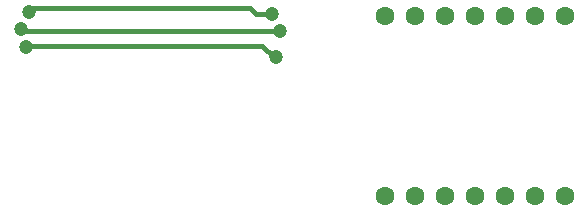
<source format=gbr>
%TF.GenerationSoftware,KiCad,Pcbnew,9.0.0*%
%TF.CreationDate,2025-04-08T23:40:40+05:30*%
%TF.ProjectId,UWB-Xiao-Node,5557422d-5869-4616-9f2d-4e6f64652e6b,rev?*%
%TF.SameCoordinates,Original*%
%TF.FileFunction,Copper,L2,Bot*%
%TF.FilePolarity,Positive*%
%FSLAX46Y46*%
G04 Gerber Fmt 4.6, Leading zero omitted, Abs format (unit mm)*
G04 Created by KiCad (PCBNEW 9.0.0) date 2025-04-08 23:40:40*
%MOMM*%
%LPD*%
G01*
G04 APERTURE LIST*
%TA.AperFunction,ComponentPad*%
%ADD10C,1.600000*%
%TD*%
%TA.AperFunction,ViaPad*%
%ADD11C,1.200000*%
%TD*%
%TA.AperFunction,Conductor*%
%ADD12C,0.400000*%
%TD*%
G04 APERTURE END LIST*
D10*
%TO.P,U1,1,GPIO0/A0/D0*%
%TO.N,unconnected-(U1-GPIO0{slash}A0{slash}D0-Pad1)*%
X123190000Y-65410000D03*
%TO.P,U1,2,GPIO1/A1/D1*%
%TO.N,unconnected-(U1-GPIO1{slash}A1{slash}D1-Pad2)*%
X120650000Y-65410000D03*
%TO.P,U1,3,GPIO2/A2/D2*%
%TO.N,IRQ*%
X118110000Y-65410000D03*
%TO.P,U1,4,GPIO21/D3*%
%TO.N,NEO*%
X115570000Y-65410000D03*
%TO.P,U1,5,GPIO22/D4/SDA*%
%TO.N,RSTN*%
X113030000Y-65410000D03*
%TO.P,U1,6,GPIO23/D5/SCL*%
%TO.N,BU01-WAKEUP*%
X110490000Y-65410000D03*
%TO.P,U1,7,GPIO16/D6/TX*%
%TO.N,BU01-EXTON*%
X107950000Y-65410000D03*
%TO.P,U1,8,GPIO17/D7/RX*%
%TO.N,CS*%
X107950000Y-80645000D03*
%TO.P,U1,9,GPIO19/D8/SCK*%
%TO.N,SCK*%
X110490000Y-80645000D03*
%TO.P,U1,10,GPIO20/D9/MISO*%
%TO.N,SDO*%
X113030000Y-80645000D03*
%TO.P,U1,11,GPIO18/D10/MOSI*%
%TO.N,SDI*%
X115570000Y-80645000D03*
%TO.P,U1,12,3V3*%
%TO.N,+3.3V*%
X118110000Y-80645000D03*
%TO.P,U1,13,GND*%
%TO.N,GND*%
X120650000Y-80645000D03*
%TO.P,U1,14,VBUS*%
%TO.N,+5V*%
X123190000Y-80645000D03*
%TD*%
D11*
%TO.N,Net-(U2-RSTN)*%
X98742500Y-68897500D03*
X77504408Y-68085551D03*
%TO.N,Net-(U2-EXTON)*%
X98344457Y-65243915D03*
%TO.N,Net-(U2-WAKEUP)*%
X99060000Y-66675000D03*
X77123947Y-66531441D03*
%TO.N,Net-(U2-EXTON)*%
X77794168Y-65078577D03*
%TD*%
D12*
%TO.N,Net-(U2-EXTON)*%
X78102745Y-64770000D02*
X77794168Y-65078577D01*
X96520000Y-64770000D02*
X78102745Y-64770000D01*
X98344457Y-65243915D02*
X96993915Y-65243915D01*
X96993915Y-65243915D02*
X96520000Y-64770000D01*
%TO.N,Net-(U2-RSTN)*%
X97548372Y-67945000D02*
X77644959Y-67945000D01*
X98742500Y-68897500D02*
X98500872Y-68897500D01*
X98500872Y-68897500D02*
X97548372Y-67945000D01*
X77644959Y-67945000D02*
X77504408Y-68085551D01*
%TO.N,Net-(U2-WAKEUP)*%
X77123947Y-66671100D02*
X77123947Y-66531441D01*
X77127847Y-66675000D02*
X77123947Y-66671100D01*
X99060000Y-66675000D02*
X77127847Y-66675000D01*
%TD*%
M02*

</source>
